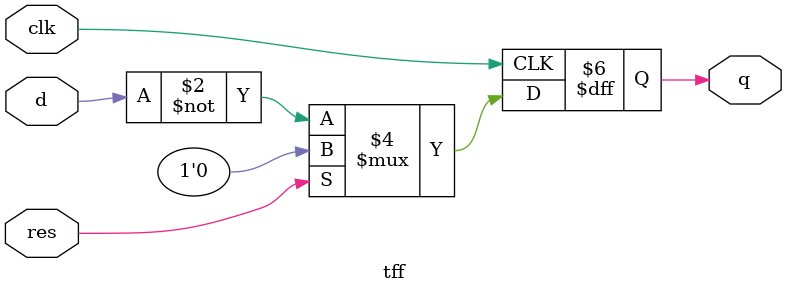
<source format=v>
module tff(q,d,clk,res);
  input d,clk,res;
  output reg q;
  always@(posedge clk)
  begin
    if(res)
      q<=0;
    else
      q<=~d;
  end
endmodule


</source>
